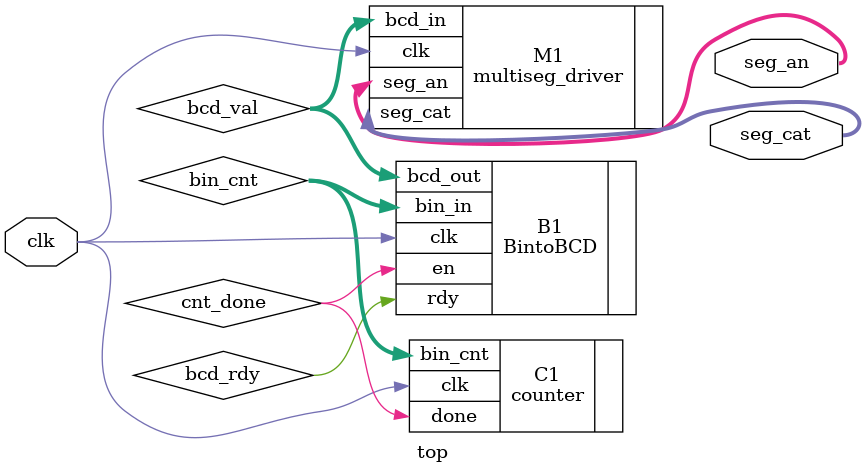
<source format=v>
module top(
input clk,
output [3:0] seg_an,
output [6:0] seg_cat
);

wire [11:0] bin_cnt;
wire cnt_done;
counter C1(.clk(clk), .done(cnt_done), .bin_cnt(bin_cnt));


wire [15:0] bcd_val;
wire bcd_rdy;
BintoBCD B1(.clk(clk), .en(cnt_done), .bin_in(bin_cnt), .bcd_out(bcd_val), .rdy(bcd_rdy));

multiseg_driver M1(.clk(clk), .bcd_in(bcd_val), .seg_an(seg_an), .seg_cat(seg_cat));


endmodule
</source>
